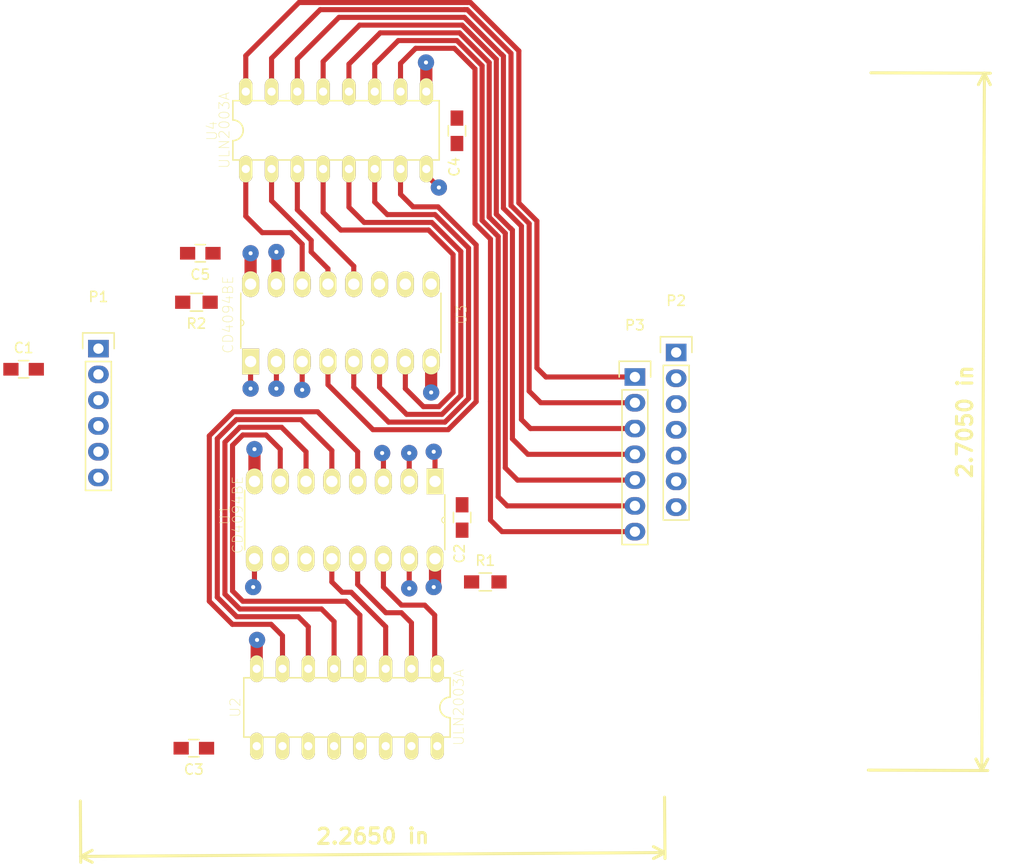
<source format=kicad_pcb>
(kicad_pcb (version 4) (host pcbnew 4.0.6-e0-6349~53~ubuntu14.04.1)

  (general
    (links 59)
    (no_connects 38)
    (area 0 0 0 0)
    (thickness 1.6)
    (drawings 2)
    (tracks 220)
    (zones 0)
    (modules 14)
    (nets 40)
  )

  (page A4)
  (layers
    (0 F.Cu signal)
    (31 B.Cu signal)
    (32 B.Adhes user)
    (33 F.Adhes user)
    (34 B.Paste user)
    (35 F.Paste user)
    (36 B.SilkS user)
    (37 F.SilkS user)
    (38 B.Mask user)
    (39 F.Mask user)
    (40 Dwgs.User user)
    (41 Cmts.User user)
    (42 Eco1.User user)
    (43 Eco2.User user)
    (44 Edge.Cuts user)
    (45 Margin user)
    (46 B.CrtYd user)
    (47 F.CrtYd user)
    (48 B.Fab user)
    (49 F.Fab user)
  )

  (setup
    (last_trace_width 0.5)
    (user_trace_width 0.3)
    (user_trace_width 0.5)
    (trace_clearance 0.2)
    (zone_clearance 0.508)
    (zone_45_only no)
    (trace_min 0.2)
    (segment_width 0.2)
    (edge_width 0.15)
    (via_size 0.6)
    (via_drill 0.4)
    (via_min_size 0.4)
    (via_min_drill 0.3)
    (uvia_size 0.3)
    (uvia_drill 0.1)
    (uvias_allowed no)
    (uvia_min_size 0.2)
    (uvia_min_drill 0.1)
    (pcb_text_width 0.3)
    (pcb_text_size 1.5 1.5)
    (mod_edge_width 0.15)
    (mod_text_size 1 1)
    (mod_text_width 0.15)
    (pad_size 1.524 1.524)
    (pad_drill 0.762)
    (pad_to_mask_clearance 0.2)
    (aux_axis_origin 0 0)
    (visible_elements 7FFFFFFF)
    (pcbplotparams
      (layerselection 0x00030_80000001)
      (usegerberextensions false)
      (excludeedgelayer true)
      (linewidth 0.100000)
      (plotframeref false)
      (viasonmask false)
      (mode 1)
      (useauxorigin false)
      (hpglpennumber 1)
      (hpglpenspeed 20)
      (hpglpendiameter 15)
      (hpglpenoverlay 2)
      (psnegative false)
      (psa4output false)
      (plotreference true)
      (plotvalue true)
      (plotinvisibletext false)
      (padsonsilk false)
      (subtractmaskfromsilk false)
      (outputformat 1)
      (mirror false)
      (drillshape 1)
      (scaleselection 1)
      (outputdirectory ""))
  )

  (net 0 "")
  (net 1 VDD)
  (net 2 GNDPWR)
  (net 3 /P0)
  (net 4 /P1)
  (net 5 /P2)
  (net 6 /P3)
  (net 7 /P4)
  (net 8 /P7)
  (net 9 /P8)
  (net 10 /P9)
  (net 11 /P10)
  (net 12 /P11)
  (net 13 /P13)
  (net 14 /OE)
  (net 15 /STRB)
  (net 16 /CLK)
  (net 17 /P6)
  (net 18 /P5)
  (net 19 /P12)
  (net 20 "Net-(U1-Pad10)")
  (net 21 "Net-(U1-Pad11)")
  (net 22 "Net-(U3-Pad9)")
  (net 23 "Net-(U3-Pad10)")
  (net 24 "Net-(U3-Pad11)")
  (net 25 /Q12)
  (net 26 /Q11)
  (net 27 /Q10)
  (net 28 /Q6)
  (net 29 /Q7)
  (net 30 /Q8)
  (net 31 /Q9)
  (net 32 /Q0)
  (net 33 /Q1)
  (net 34 /Q2)
  (net 35 /Q3)
  (net 36 /Q5)
  (net 37 /Q4)
  (net 38 /DATA_IN)
  (net 39 /CAS_HI)

  (net_class Default "Esta es la clase de red por defecto."
    (clearance 0.2)
    (trace_width 0.25)
    (via_dia 0.6)
    (via_drill 0.4)
    (uvia_dia 0.3)
    (uvia_drill 0.1)
    (add_net /P0)
    (add_net /P1)
    (add_net /P10)
    (add_net /P11)
    (add_net /P12)
    (add_net /P13)
    (add_net /P2)
    (add_net /P3)
    (add_net /P4)
    (add_net /P5)
    (add_net /P6)
    (add_net /P7)
    (add_net /P8)
    (add_net /P9)
    (add_net "Net-(U1-Pad10)")
    (add_net "Net-(U1-Pad11)")
    (add_net "Net-(U3-Pad10)")
    (add_net "Net-(U3-Pad11)")
    (add_net "Net-(U3-Pad9)")
  )

  (net_class DSIGNAL ""
    (clearance 0.25)
    (trace_width 0.5)
    (via_dia 1.6)
    (via_drill 0.4)
    (uvia_dia 0.3)
    (uvia_drill 0.1)
    (add_net /CAS_HI)
    (add_net /CLK)
    (add_net /DATA_IN)
    (add_net /OE)
    (add_net /Q0)
    (add_net /Q1)
    (add_net /Q10)
    (add_net /Q11)
    (add_net /Q12)
    (add_net /Q2)
    (add_net /Q3)
    (add_net /Q4)
    (add_net /Q5)
    (add_net /Q6)
    (add_net /Q7)
    (add_net /Q8)
    (add_net /Q9)
    (add_net /STRB)
  )

  (net_class POWER ""
    (clearance 0.3)
    (trace_width 1.2)
    (via_dia 1.6)
    (via_drill 0.4)
    (uvia_dia 0.3)
    (uvia_drill 0.1)
    (add_net GNDPWR)
    (add_net VDD)
  )

  (module Capacitors_SMD:C_0805_HandSoldering (layer F.Cu) (tedit 541A9B8D) (tstamp 5A3089B4)
    (at 74.676 110.109)
    (descr "Capacitor SMD 0805, hand soldering")
    (tags "capacitor 0805")
    (path /5A30557F)
    (attr smd)
    (fp_text reference C1 (at 0 -2.1) (layer F.SilkS)
      (effects (font (size 1 1) (thickness 0.15)))
    )
    (fp_text value CP (at 0 2.1) (layer F.Fab)
      (effects (font (size 1 1) (thickness 0.15)))
    )
    (fp_line (start -1 0.625) (end -1 -0.625) (layer F.Fab) (width 0.15))
    (fp_line (start 1 0.625) (end -1 0.625) (layer F.Fab) (width 0.15))
    (fp_line (start 1 -0.625) (end 1 0.625) (layer F.Fab) (width 0.15))
    (fp_line (start -1 -0.625) (end 1 -0.625) (layer F.Fab) (width 0.15))
    (fp_line (start -2.3 -1) (end 2.3 -1) (layer F.CrtYd) (width 0.05))
    (fp_line (start -2.3 1) (end 2.3 1) (layer F.CrtYd) (width 0.05))
    (fp_line (start -2.3 -1) (end -2.3 1) (layer F.CrtYd) (width 0.05))
    (fp_line (start 2.3 -1) (end 2.3 1) (layer F.CrtYd) (width 0.05))
    (fp_line (start 0.5 -0.85) (end -0.5 -0.85) (layer F.SilkS) (width 0.15))
    (fp_line (start -0.5 0.85) (end 0.5 0.85) (layer F.SilkS) (width 0.15))
    (pad 1 smd rect (at -1.25 0) (size 1.5 1.25) (layers F.Cu F.Paste F.Mask)
      (net 1 VDD))
    (pad 2 smd rect (at 1.25 0) (size 1.5 1.25) (layers F.Cu F.Paste F.Mask)
      (net 2 GNDPWR))
    (model Capacitors_SMD.3dshapes/C_0805_HandSoldering.wrl
      (at (xyz 0 0 0))
      (scale (xyz 1 1 1))
      (rotate (xyz 0 0 0))
    )
  )

  (module Capacitors_SMD:C_0805_HandSoldering (layer F.Cu) (tedit 5A314D85) (tstamp 5A3089BA)
    (at 117.856 124.714 90)
    (descr "Capacitor SMD 0805, hand soldering")
    (tags "capacitor 0805")
    (path /5A3054BF)
    (attr smd)
    (fp_text reference C2 (at -3.556 -0.254 90) (layer F.SilkS)
      (effects (font (size 1 1) (thickness 0.15)))
    )
    (fp_text value C (at -3.048 1.016 90) (layer F.Fab)
      (effects (font (size 1 1) (thickness 0.15)))
    )
    (fp_line (start -1 0.625) (end -1 -0.625) (layer F.Fab) (width 0.15))
    (fp_line (start 1 0.625) (end -1 0.625) (layer F.Fab) (width 0.15))
    (fp_line (start 1 -0.625) (end 1 0.625) (layer F.Fab) (width 0.15))
    (fp_line (start -1 -0.625) (end 1 -0.625) (layer F.Fab) (width 0.15))
    (fp_line (start -2.3 -1) (end 2.3 -1) (layer F.CrtYd) (width 0.05))
    (fp_line (start -2.3 1) (end 2.3 1) (layer F.CrtYd) (width 0.05))
    (fp_line (start -2.3 -1) (end -2.3 1) (layer F.CrtYd) (width 0.05))
    (fp_line (start 2.3 -1) (end 2.3 1) (layer F.CrtYd) (width 0.05))
    (fp_line (start 0.5 -0.85) (end -0.5 -0.85) (layer F.SilkS) (width 0.15))
    (fp_line (start -0.5 0.85) (end 0.5 0.85) (layer F.SilkS) (width 0.15))
    (pad 1 smd rect (at -1.25 0 90) (size 1.5 1.25) (layers F.Cu F.Paste F.Mask)
      (net 1 VDD))
    (pad 2 smd rect (at 1.25 0 90) (size 1.5 1.25) (layers F.Cu F.Paste F.Mask)
      (net 2 GNDPWR))
    (model Capacitors_SMD.3dshapes/C_0805_HandSoldering.wrl
      (at (xyz 0 0 0))
      (scale (xyz 1 1 1))
      (rotate (xyz 0 0 0))
    )
  )

  (module Capacitors_SMD:C_0805_HandSoldering (layer F.Cu) (tedit 541A9B8D) (tstamp 5A3089C0)
    (at 91.44 147.447 180)
    (descr "Capacitor SMD 0805, hand soldering")
    (tags "capacitor 0805")
    (path /5A309AAD)
    (attr smd)
    (fp_text reference C3 (at 0 -2.1 180) (layer F.SilkS)
      (effects (font (size 1 1) (thickness 0.15)))
    )
    (fp_text value C (at 0 2.1 180) (layer F.Fab)
      (effects (font (size 1 1) (thickness 0.15)))
    )
    (fp_line (start -1 0.625) (end -1 -0.625) (layer F.Fab) (width 0.15))
    (fp_line (start 1 0.625) (end -1 0.625) (layer F.Fab) (width 0.15))
    (fp_line (start 1 -0.625) (end 1 0.625) (layer F.Fab) (width 0.15))
    (fp_line (start -1 -0.625) (end 1 -0.625) (layer F.Fab) (width 0.15))
    (fp_line (start -2.3 -1) (end 2.3 -1) (layer F.CrtYd) (width 0.05))
    (fp_line (start -2.3 1) (end 2.3 1) (layer F.CrtYd) (width 0.05))
    (fp_line (start -2.3 -1) (end -2.3 1) (layer F.CrtYd) (width 0.05))
    (fp_line (start 2.3 -1) (end 2.3 1) (layer F.CrtYd) (width 0.05))
    (fp_line (start 0.5 -0.85) (end -0.5 -0.85) (layer F.SilkS) (width 0.15))
    (fp_line (start -0.5 0.85) (end 0.5 0.85) (layer F.SilkS) (width 0.15))
    (pad 1 smd rect (at -1.25 0 180) (size 1.5 1.25) (layers F.Cu F.Paste F.Mask)
      (net 1 VDD))
    (pad 2 smd rect (at 1.25 0 180) (size 1.5 1.25) (layers F.Cu F.Paste F.Mask)
      (net 2 GNDPWR))
    (model Capacitors_SMD.3dshapes/C_0805_HandSoldering.wrl
      (at (xyz 0 0 0))
      (scale (xyz 1 1 1))
      (rotate (xyz 0 0 0))
    )
  )

  (module Capacitors_SMD:C_0805_HandSoldering (layer F.Cu) (tedit 5A314B85) (tstamp 5A3089C6)
    (at 117.348 86.614 270)
    (descr "Capacitor SMD 0805, hand soldering")
    (tags "capacitor 0805")
    (path /5A309AF3)
    (attr smd)
    (fp_text reference C4 (at 3.556 0.254 270) (layer F.SilkS)
      (effects (font (size 1 1) (thickness 0.15)))
    )
    (fp_text value C (at 3.302 -1.016 270) (layer F.Fab)
      (effects (font (size 1 1) (thickness 0.15)))
    )
    (fp_line (start -1 0.625) (end -1 -0.625) (layer F.Fab) (width 0.15))
    (fp_line (start 1 0.625) (end -1 0.625) (layer F.Fab) (width 0.15))
    (fp_line (start 1 -0.625) (end 1 0.625) (layer F.Fab) (width 0.15))
    (fp_line (start -1 -0.625) (end 1 -0.625) (layer F.Fab) (width 0.15))
    (fp_line (start -2.3 -1) (end 2.3 -1) (layer F.CrtYd) (width 0.05))
    (fp_line (start -2.3 1) (end 2.3 1) (layer F.CrtYd) (width 0.05))
    (fp_line (start -2.3 -1) (end -2.3 1) (layer F.CrtYd) (width 0.05))
    (fp_line (start 2.3 -1) (end 2.3 1) (layer F.CrtYd) (width 0.05))
    (fp_line (start 0.5 -0.85) (end -0.5 -0.85) (layer F.SilkS) (width 0.15))
    (fp_line (start -0.5 0.85) (end 0.5 0.85) (layer F.SilkS) (width 0.15))
    (pad 1 smd rect (at -1.25 0 270) (size 1.5 1.25) (layers F.Cu F.Paste F.Mask)
      (net 1 VDD))
    (pad 2 smd rect (at 1.25 0 270) (size 1.5 1.25) (layers F.Cu F.Paste F.Mask)
      (net 2 GNDPWR))
    (model Capacitors_SMD.3dshapes/C_0805_HandSoldering.wrl
      (at (xyz 0 0 0))
      (scale (xyz 1 1 1))
      (rotate (xyz 0 0 0))
    )
  )

  (module Capacitors_SMD:C_0805_HandSoldering (layer F.Cu) (tedit 541A9B8D) (tstamp 5A3089CC)
    (at 92.075 98.679 180)
    (descr "Capacitor SMD 0805, hand soldering")
    (tags "capacitor 0805")
    (path /5A309B34)
    (attr smd)
    (fp_text reference C5 (at 0 -2.1 180) (layer F.SilkS)
      (effects (font (size 1 1) (thickness 0.15)))
    )
    (fp_text value C (at 0 2.1 180) (layer F.Fab)
      (effects (font (size 1 1) (thickness 0.15)))
    )
    (fp_line (start -1 0.625) (end -1 -0.625) (layer F.Fab) (width 0.15))
    (fp_line (start 1 0.625) (end -1 0.625) (layer F.Fab) (width 0.15))
    (fp_line (start 1 -0.625) (end 1 0.625) (layer F.Fab) (width 0.15))
    (fp_line (start -1 -0.625) (end 1 -0.625) (layer F.Fab) (width 0.15))
    (fp_line (start -2.3 -1) (end 2.3 -1) (layer F.CrtYd) (width 0.05))
    (fp_line (start -2.3 1) (end 2.3 1) (layer F.CrtYd) (width 0.05))
    (fp_line (start -2.3 -1) (end -2.3 1) (layer F.CrtYd) (width 0.05))
    (fp_line (start 2.3 -1) (end 2.3 1) (layer F.CrtYd) (width 0.05))
    (fp_line (start 0.5 -0.85) (end -0.5 -0.85) (layer F.SilkS) (width 0.15))
    (fp_line (start -0.5 0.85) (end 0.5 0.85) (layer F.SilkS) (width 0.15))
    (pad 1 smd rect (at -1.25 0 180) (size 1.5 1.25) (layers F.Cu F.Paste F.Mask)
      (net 1 VDD))
    (pad 2 smd rect (at 1.25 0 180) (size 1.5 1.25) (layers F.Cu F.Paste F.Mask)
      (net 2 GNDPWR))
    (model Capacitors_SMD.3dshapes/C_0805_HandSoldering.wrl
      (at (xyz 0 0 0))
      (scale (xyz 1 1 1))
      (rotate (xyz 0 0 0))
    )
  )

  (module Resistors_SMD:R_0805_HandSoldering (layer F.Cu) (tedit 58307B90) (tstamp 5A3089F2)
    (at 120.142 131.064)
    (descr "Resistor SMD 0805, hand soldering")
    (tags "resistor 0805")
    (path /5A307FE8)
    (attr smd)
    (fp_text reference R1 (at 0 -2.1) (layer F.SilkS)
      (effects (font (size 1 1) (thickness 0.15)))
    )
    (fp_text value 10k (at 0 2.1) (layer F.Fab)
      (effects (font (size 1 1) (thickness 0.15)))
    )
    (fp_line (start -1 0.625) (end -1 -0.625) (layer F.Fab) (width 0.1))
    (fp_line (start 1 0.625) (end -1 0.625) (layer F.Fab) (width 0.1))
    (fp_line (start 1 -0.625) (end 1 0.625) (layer F.Fab) (width 0.1))
    (fp_line (start -1 -0.625) (end 1 -0.625) (layer F.Fab) (width 0.1))
    (fp_line (start -2.4 -1) (end 2.4 -1) (layer F.CrtYd) (width 0.05))
    (fp_line (start -2.4 1) (end 2.4 1) (layer F.CrtYd) (width 0.05))
    (fp_line (start -2.4 -1) (end -2.4 1) (layer F.CrtYd) (width 0.05))
    (fp_line (start 2.4 -1) (end 2.4 1) (layer F.CrtYd) (width 0.05))
    (fp_line (start 0.6 0.875) (end -0.6 0.875) (layer F.SilkS) (width 0.15))
    (fp_line (start -0.6 -0.875) (end 0.6 -0.875) (layer F.SilkS) (width 0.15))
    (pad 1 smd rect (at -1.35 0) (size 1.5 1.3) (layers F.Cu F.Paste F.Mask)
      (net 14 /OE))
    (pad 2 smd rect (at 1.35 0) (size 1.5 1.3) (layers F.Cu F.Paste F.Mask)
      (net 1 VDD))
    (model Resistors_SMD.3dshapes/R_0805_HandSoldering.wrl
      (at (xyz 0 0 0))
      (scale (xyz 1 1 1))
      (rotate (xyz 0 0 0))
    )
  )

  (module Resistors_SMD:R_0805_HandSoldering (layer F.Cu) (tedit 58307B90) (tstamp 5A3089F8)
    (at 91.694 103.505 180)
    (descr "Resistor SMD 0805, hand soldering")
    (tags "resistor 0805")
    (path /5A308EFE)
    (attr smd)
    (fp_text reference R2 (at 0 -2.1 180) (layer F.SilkS)
      (effects (font (size 1 1) (thickness 0.15)))
    )
    (fp_text value 10k (at 0 2.1 180) (layer F.Fab)
      (effects (font (size 1 1) (thickness 0.15)))
    )
    (fp_line (start -1 0.625) (end -1 -0.625) (layer F.Fab) (width 0.1))
    (fp_line (start 1 0.625) (end -1 0.625) (layer F.Fab) (width 0.1))
    (fp_line (start 1 -0.625) (end 1 0.625) (layer F.Fab) (width 0.1))
    (fp_line (start -1 -0.625) (end 1 -0.625) (layer F.Fab) (width 0.1))
    (fp_line (start -2.4 -1) (end 2.4 -1) (layer F.CrtYd) (width 0.05))
    (fp_line (start -2.4 1) (end 2.4 1) (layer F.CrtYd) (width 0.05))
    (fp_line (start -2.4 -1) (end -2.4 1) (layer F.CrtYd) (width 0.05))
    (fp_line (start 2.4 -1) (end 2.4 1) (layer F.CrtYd) (width 0.05))
    (fp_line (start 0.6 0.875) (end -0.6 0.875) (layer F.SilkS) (width 0.15))
    (fp_line (start -0.6 -0.875) (end 0.6 -0.875) (layer F.SilkS) (width 0.15))
    (pad 1 smd rect (at -1.35 0 180) (size 1.5 1.3) (layers F.Cu F.Paste F.Mask)
      (net 14 /OE))
    (pad 2 smd rect (at 1.35 0 180) (size 1.5 1.3) (layers F.Cu F.Paste F.Mask)
      (net 1 VDD))
    (model Resistors_SMD.3dshapes/R_0805_HandSoldering.wrl
      (at (xyz 0 0 0))
      (scale (xyz 1 1 1))
      (rotate (xyz 0 0 0))
    )
  )

  (module CenditFootprints2:CD4094-DIP16 (layer F.Cu) (tedit 5A314D93) (tstamp 5A308A0C)
    (at 97.409 128.778 270)
    (path /5A305280)
    (fp_text reference U1 (at -4.318 2.921 270) (layer F.SilkS)
      (effects (font (size 1 1) (thickness 0.05)))
    )
    (fp_text value CD4094BE (at -4.318 1.651 270) (layer F.SilkS)
      (effects (font (size 1 1) (thickness 0.05)))
    )
    (fp_line (start -6.731 0.9652) (end -0.889 0.9652) (layer F.SilkS) (width 0.1524))
    (fp_line (start -0.889 -18.7452) (end -3.5052 -18.7452) (layer F.SilkS) (width 0.1524))
    (fp_line (start -3.5052 -18.7452) (end -4.1148 -18.7452) (layer F.SilkS) (width 0.1524))
    (fp_line (start -4.1148 -18.7452) (end -6.2992 -18.7452) (layer F.SilkS) (width 0.1524))
    (fp_arc (start -3.81 -18.7452) (end -4.1148 -18.7452) (angle -180) (layer F.SilkS) (width 0))
    (fp_line (start -7.112 -17.2212) (end -7.112 -18.3388) (layer Dwgs.User) (width 0.1524))
    (fp_line (start -7.112 -18.3388) (end -8.1788 -18.3388) (layer Dwgs.User) (width 0.1524))
    (fp_line (start -8.1788 -18.3388) (end -8.1788 -17.2212) (layer Dwgs.User) (width 0.1524))
    (fp_line (start -8.1788 -17.2212) (end -7.112 -17.2212) (layer Dwgs.User) (width 0.1524))
    (fp_line (start -7.112 -14.6812) (end -7.112 -15.7988) (layer Dwgs.User) (width 0.1524))
    (fp_line (start -7.112 -15.7988) (end -8.1788 -15.7988) (layer Dwgs.User) (width 0.1524))
    (fp_line (start -8.1788 -15.7988) (end -8.1788 -14.6812) (layer Dwgs.User) (width 0.1524))
    (fp_line (start -8.1788 -14.6812) (end -7.112 -14.6812) (layer Dwgs.User) (width 0.1524))
    (fp_line (start -7.112 -12.1412) (end -7.112 -13.2588) (layer Dwgs.User) (width 0.1524))
    (fp_line (start -7.112 -13.2588) (end -8.1788 -13.2588) (layer Dwgs.User) (width 0.1524))
    (fp_line (start -8.1788 -13.2588) (end -8.1788 -12.1412) (layer Dwgs.User) (width 0.1524))
    (fp_line (start -8.1788 -12.1412) (end -7.112 -12.1412) (layer Dwgs.User) (width 0.1524))
    (fp_line (start -7.112 -9.6012) (end -7.112 -10.7188) (layer Dwgs.User) (width 0.1524))
    (fp_line (start -7.112 -10.7188) (end -8.1788 -10.7188) (layer Dwgs.User) (width 0.1524))
    (fp_line (start -8.1788 -10.7188) (end -8.1788 -9.6012) (layer Dwgs.User) (width 0.1524))
    (fp_line (start -8.1788 -9.6012) (end -7.112 -9.6012) (layer Dwgs.User) (width 0.1524))
    (fp_line (start -7.112 -7.0612) (end -7.112 -8.1788) (layer Dwgs.User) (width 0.1524))
    (fp_line (start -7.112 -8.1788) (end -8.1788 -8.1788) (layer Dwgs.User) (width 0.1524))
    (fp_line (start -8.1788 -8.1788) (end -8.1788 -7.0612) (layer Dwgs.User) (width 0.1524))
    (fp_line (start -8.1788 -7.0612) (end -7.112 -7.0612) (layer Dwgs.User) (width 0.1524))
    (fp_line (start -7.112 -4.5212) (end -7.112 -5.6388) (layer Dwgs.User) (width 0.1524))
    (fp_line (start -7.112 -5.6388) (end -8.1788 -5.6388) (layer Dwgs.User) (width 0.1524))
    (fp_line (start -8.1788 -5.6388) (end -8.1788 -4.5212) (layer Dwgs.User) (width 0.1524))
    (fp_line (start -8.1788 -4.5212) (end -7.112 -4.5212) (layer Dwgs.User) (width 0.1524))
    (fp_line (start -7.112 -1.9812) (end -7.112 -3.0988) (layer Dwgs.User) (width 0.1524))
    (fp_line (start -7.112 -3.0988) (end -8.1788 -3.0988) (layer Dwgs.User) (width 0.1524))
    (fp_line (start -8.1788 -3.0988) (end -8.1788 -1.9812) (layer Dwgs.User) (width 0.1524))
    (fp_line (start -8.1788 -1.9812) (end -7.112 -1.9812) (layer Dwgs.User) (width 0.1524))
    (fp_line (start -7.112 0.5588) (end -7.112 -0.5588) (layer Dwgs.User) (width 0.1524))
    (fp_line (start -7.112 -0.5588) (end -8.1788 -0.5588) (layer Dwgs.User) (width 0.1524))
    (fp_line (start -8.1788 -0.5588) (end -8.1788 0.5588) (layer Dwgs.User) (width 0.1524))
    (fp_line (start -8.1788 0.5588) (end -7.112 0.5588) (layer Dwgs.User) (width 0.1524))
    (fp_line (start -0.508 -0.5588) (end -0.508 0.5588) (layer Dwgs.User) (width 0.1524))
    (fp_line (start -0.508 0.5588) (end 0.5588 0.5588) (layer Dwgs.User) (width 0.1524))
    (fp_line (start 0.5588 0.5588) (end 0.5588 -0.5588) (layer Dwgs.User) (width 0.1524))
    (fp_line (start 0.5588 -0.5588) (end -0.508 -0.5588) (layer Dwgs.User) (width 0.1524))
    (fp_line (start -0.508 -3.0988) (end -0.508 -1.9812) (layer Dwgs.User) (width 0.1524))
    (fp_line (start -0.508 -1.9812) (end 0.5588 -1.9812) (layer Dwgs.User) (width 0.1524))
    (fp_line (start 0.5588 -1.9812) (end 0.5588 -3.0988) (layer Dwgs.User) (width 0.1524))
    (fp_line (start 0.5588 -3.0988) (end -0.508 -3.0988) (layer Dwgs.User) (width 0.1524))
    (fp_line (start -0.508 -5.6388) (end -0.508 -4.5212) (layer Dwgs.User) (width 0.1524))
    (fp_line (start -0.508 -4.5212) (end 0.5588 -4.5212) (layer Dwgs.User) (width 0.1524))
    (fp_line (start 0.5588 -4.5212) (end 0.5588 -5.6388) (layer Dwgs.User) (width 0.1524))
    (fp_line (start 0.5588 -5.6388) (end -0.508 -5.6388) (layer Dwgs.User) (width 0.1524))
    (fp_line (start -0.508 -8.1788) (end -0.508 -7.0612) (layer Dwgs.User) (width 0.1524))
    (fp_line (start -0.508 -7.0612) (end 0.5588 -7.0612) (layer Dwgs.User) (width 0.1524))
    (fp_line (start 0.5588 -7.0612) (end 0.5588 -8.1788) (layer Dwgs.User) (width 0.1524))
    (fp_line (start 0.5588 -8.1788) (end -0.508 -8.1788) (layer Dwgs.User) (width 0.1524))
    (fp_line (start -0.508 -10.7188) (end -0.508 -9.6012) (layer Dwgs.User) (width 0.1524))
    (fp_line (start -0.508 -9.6012) (end 0.5588 -9.6012) (layer Dwgs.User) (width 0.1524))
    (fp_line (start 0.5588 -9.6012) (end 0.5588 -10.7188) (layer Dwgs.User) (width 0.1524))
    (fp_line (start 0.5588 -10.7188) (end -0.508 -10.7188) (layer Dwgs.User) (width 0.1524))
    (fp_line (start -0.508 -13.2588) (end -0.508 -12.1412) (layer Dwgs.User) (width 0.1524))
    (fp_line (start -0.508 -12.1412) (end 0.5588 -12.1412) (layer Dwgs.User) (width 0.1524))
    (fp_line (start 0.5588 -12.1412) (end 0.5588 -13.2588) (layer Dwgs.User) (width 0.1524))
    (fp_line (start 0.5588 -13.2588) (end -0.508 -13.2588) (layer Dwgs.User) (width 0.1524))
    (fp_line (start -0.508 -15.7988) (end -0.508 -14.6812) (layer Dwgs.User) (width 0.1524))
    (fp_line (start -0.508 -14.6812) (end 0.5588 -14.6812) (layer Dwgs.User) (width 0.1524))
    (fp_line (start 0.5588 -14.6812) (end 0.5588 -15.7988) (layer Dwgs.User) (width 0.1524))
    (fp_line (start 0.5588 -15.7988) (end -0.508 -15.7988) (layer Dwgs.User) (width 0.1524))
    (fp_line (start -0.508 -18.3388) (end -0.508 -17.2212) (layer Dwgs.User) (width 0.1524))
    (fp_line (start -0.508 -17.2212) (end 0.5588 -17.2212) (layer Dwgs.User) (width 0.1524))
    (fp_line (start 0.5588 -17.2212) (end 0.5588 -18.3388) (layer Dwgs.User) (width 0.1524))
    (fp_line (start 0.5588 -18.3388) (end -0.508 -18.3388) (layer Dwgs.User) (width 0.1524))
    (fp_line (start -7.112 0.9652) (end -0.508 0.9652) (layer Dwgs.User) (width 0.1524))
    (fp_line (start -0.508 0.9652) (end -0.508 -18.7452) (layer Dwgs.User) (width 0.1524))
    (fp_line (start -0.508 -18.7452) (end -3.5052 -18.7452) (layer Dwgs.User) (width 0.1524))
    (fp_line (start -3.5052 -18.7452) (end -4.1148 -18.7452) (layer Dwgs.User) (width 0.1524))
    (fp_line (start -4.1148 -18.7452) (end -7.112 -18.7452) (layer Dwgs.User) (width 0.1524))
    (fp_line (start -7.112 -18.7452) (end -7.112 0.9652) (layer Dwgs.User) (width 0.1524))
    (fp_arc (start -3.81 -18.7452) (end -4.1148 -18.7452) (angle -180) (layer Dwgs.User) (width 0))
    (pad 1 thru_hole rect (at -7.62 -17.78 270) (size 2.54 1.6764) (drill 1.1176) (layers *.Cu *.Mask F.SilkS)
      (net 15 /STRB))
    (pad 2 thru_hole oval (at -7.62 -15.24 270) (size 2.54 1.6764) (drill 1.1176) (layers *.Cu *.Mask F.SilkS)
      (net 38 /DATA_IN))
    (pad 3 thru_hole oval (at -7.62 -12.7 270) (size 2.54 1.6764) (drill 1.1176) (layers *.Cu *.Mask F.SilkS)
      (net 16 /CLK))
    (pad 4 thru_hole oval (at -7.62 -10.16 270) (size 2.54 1.6764) (drill 1.1176) (layers *.Cu *.Mask F.SilkS)
      (net 32 /Q0))
    (pad 5 thru_hole oval (at -7.62 -7.62 270) (size 2.54 1.6764) (drill 1.1176) (layers *.Cu *.Mask F.SilkS)
      (net 33 /Q1))
    (pad 6 thru_hole oval (at -7.62 -5.08 270) (size 2.54 1.6764) (drill 1.1176) (layers *.Cu *.Mask F.SilkS)
      (net 34 /Q2))
    (pad 7 thru_hole oval (at -7.62 -2.54 270) (size 2.54 1.6764) (drill 1.1176) (layers *.Cu *.Mask F.SilkS)
      (net 35 /Q3))
    (pad 8 thru_hole oval (at -7.62 0 270) (size 2.54 1.6764) (drill 1.1176) (layers *.Cu *.Mask F.SilkS)
      (net 2 GNDPWR))
    (pad 9 thru_hole oval (at 0 0 270) (size 2.54 1.6764) (drill 1.1176) (layers *.Cu *.Mask F.SilkS)
      (net 39 /CAS_HI))
    (pad 10 thru_hole oval (at 0 -2.54 270) (size 2.54 1.6764) (drill 1.1176) (layers *.Cu *.Mask F.SilkS)
      (net 20 "Net-(U1-Pad10)"))
    (pad 11 thru_hole oval (at 0 -5.08 270) (size 2.54 1.6764) (drill 1.1176) (layers *.Cu *.Mask F.SilkS)
      (net 21 "Net-(U1-Pad11)"))
    (pad 12 thru_hole oval (at 0 -7.62 270) (size 2.54 1.6764) (drill 1.1176) (layers *.Cu *.Mask F.SilkS)
      (net 28 /Q6))
    (pad 13 thru_hole oval (at 0 -10.16 270) (size 2.54 1.6764) (drill 1.1176) (layers *.Cu *.Mask F.SilkS)
      (net 36 /Q5))
    (pad 14 thru_hole oval (at 0 -12.7 270) (size 2.54 1.6764) (drill 1.1176) (layers *.Cu *.Mask F.SilkS)
      (net 37 /Q4))
    (pad 15 thru_hole oval (at 0 -15.24 270) (size 2.54 1.6764) (drill 1.1176) (layers *.Cu *.Mask F.SilkS)
      (net 14 /OE))
    (pad 16 thru_hole oval (at 0 -17.78 270) (size 2.54 1.6764) (drill 1.1176) (layers *.Cu *.Mask F.SilkS)
      (net 1 VDD))
  )

  (module CenditFootprints2:ULN2003-DIP16 (layer F.Cu) (tedit 5A30343E) (tstamp 5A308A20)
    (at 96.52 146.431 270)
    (descr "<b>Dual In Line Package</b>")
    (path /5A3052DF)
    (fp_text reference U2 (at -3 1 270) (layer F.SilkS)
      (effects (font (size 1.00021 1.00021) (thickness 0.05)))
    )
    (fp_text value ULN2003A (at -3 -21 270) (layer F.SilkS)
      (effects (font (size 1.00113 1.00113) (thickness 0.05)))
    )
    (fp_line (start -0.079 0.16) (end -0.079 -20.16) (layer F.SilkS) (width 0.1524))
    (fp_line (start -5.921 -20.16) (end -5.921 0.16) (layer F.SilkS) (width 0.1524))
    (fp_line (start -0.079 0.16) (end -5.921 0.16) (layer F.SilkS) (width 0.1524))
    (fp_line (start -0.079 -20.16) (end -1.984 -20.16) (layer F.SilkS) (width 0.1524))
    (fp_line (start -5.921 -20.16) (end -4.016 -20.16) (layer F.SilkS) (width 0.1524))
    (fp_arc (start -3 -20.16) (end -4.016 -20.16) (angle -180) (layer F.SilkS) (width 0.1524))
    (pad 1 thru_hole oval (at -6.81 -18.89 270) (size 2.6416 1.3208) (drill 0.8128) (layers *.Cu *.Mask F.SilkS)
      (net 37 /Q4))
    (pad 2 thru_hole oval (at -6.81 -16.35 270) (size 2.6416 1.3208) (drill 0.8128) (layers *.Cu *.Mask F.SilkS)
      (net 36 /Q5))
    (pad 7 thru_hole oval (at -6.81 -3.65 270) (size 2.6416 1.3208) (drill 0.8128) (layers *.Cu *.Mask F.SilkS)
      (net 32 /Q0))
    (pad 8 thru_hole oval (at -6.81 -1.11 270) (size 2.6416 1.3208) (drill 0.8128) (layers *.Cu *.Mask F.SilkS)
      (net 2 GNDPWR))
    (pad 3 thru_hole oval (at -6.81 -13.81 270) (size 2.6416 1.3208) (drill 0.8128) (layers *.Cu *.Mask F.SilkS)
      (net 28 /Q6))
    (pad 4 thru_hole oval (at -6.81 -11.27 270) (size 2.6416 1.3208) (drill 0.8128) (layers *.Cu *.Mask F.SilkS)
      (net 35 /Q3))
    (pad 6 thru_hole oval (at -6.81 -6.19 270) (size 2.6416 1.3208) (drill 0.8128) (layers *.Cu *.Mask F.SilkS)
      (net 33 /Q1))
    (pad 5 thru_hole oval (at -6.81 -8.73 270) (size 2.6416 1.3208) (drill 0.8128) (layers *.Cu *.Mask F.SilkS)
      (net 34 /Q2))
    (pad 9 thru_hole oval (at 0.81 -1.11 270) (size 2.6416 1.3208) (drill 0.8128) (layers *.Cu *.Mask F.SilkS)
      (net 1 VDD))
    (pad 10 thru_hole oval (at 0.81 -3.65 270) (size 2.6416 1.3208) (drill 0.8128) (layers *.Cu *.Mask F.SilkS)
      (net 17 /P6))
    (pad 11 thru_hole oval (at 0.81 -6.19 270) (size 2.6416 1.3208) (drill 0.8128) (layers *.Cu *.Mask F.SilkS)
      (net 18 /P5))
    (pad 12 thru_hole oval (at 0.81 -8.73 270) (size 2.6416 1.3208) (drill 0.8128) (layers *.Cu *.Mask F.SilkS)
      (net 7 /P4))
    (pad 13 thru_hole oval (at 0.81 -11.27 270) (size 2.6416 1.3208) (drill 0.8128) (layers *.Cu *.Mask F.SilkS)
      (net 6 /P3))
    (pad 14 thru_hole oval (at 0.81 -13.81 270) (size 2.6416 1.3208) (drill 0.8128) (layers *.Cu *.Mask F.SilkS)
      (net 5 /P2))
    (pad 15 thru_hole oval (at 0.81 -16.35 270) (size 2.6416 1.3208) (drill 0.8128) (layers *.Cu *.Mask F.SilkS)
      (net 4 /P1))
    (pad 16 thru_hole oval (at 0.81 -18.89 270) (size 2.6416 1.3208) (drill 0.8128) (layers *.Cu *.Mask F.SilkS)
      (net 3 /P0))
  )

  (module CenditFootprints2:CD4094-DIP16 (layer F.Cu) (tedit 5A3083D2) (tstamp 5A308A34)
    (at 114.808 101.727 90)
    (path /5A308ECC)
    (fp_text reference U3 (at -3 3 90) (layer F.SilkS)
      (effects (font (size 1 1) (thickness 0.05)))
    )
    (fp_text value CD4094BE (at -3 -20 90) (layer F.SilkS)
      (effects (font (size 1 1) (thickness 0.05)))
    )
    (fp_line (start -6.731 0.9652) (end -0.889 0.9652) (layer F.SilkS) (width 0.1524))
    (fp_line (start -0.889 -18.7452) (end -3.5052 -18.7452) (layer F.SilkS) (width 0.1524))
    (fp_line (start -3.5052 -18.7452) (end -4.1148 -18.7452) (layer F.SilkS) (width 0.1524))
    (fp_line (start -4.1148 -18.7452) (end -6.2992 -18.7452) (layer F.SilkS) (width 0.1524))
    (fp_arc (start -3.81 -18.7452) (end -4.1148 -18.7452) (angle -180) (layer F.SilkS) (width 0))
    (fp_line (start -7.112 -17.2212) (end -7.112 -18.3388) (layer Dwgs.User) (width 0.1524))
    (fp_line (start -7.112 -18.3388) (end -8.1788 -18.3388) (layer Dwgs.User) (width 0.1524))
    (fp_line (start -8.1788 -18.3388) (end -8.1788 -17.2212) (layer Dwgs.User) (width 0.1524))
    (fp_line (start -8.1788 -17.2212) (end -7.112 -17.2212) (layer Dwgs.User) (width 0.1524))
    (fp_line (start -7.112 -14.6812) (end -7.112 -15.7988) (layer Dwgs.User) (width 0.1524))
    (fp_line (start -7.112 -15.7988) (end -8.1788 -15.7988) (layer Dwgs.User) (width 0.1524))
    (fp_line (start -8.1788 -15.7988) (end -8.1788 -14.6812) (layer Dwgs.User) (width 0.1524))
    (fp_line (start -8.1788 -14.6812) (end -7.112 -14.6812) (layer Dwgs.User) (width 0.1524))
    (fp_line (start -7.112 -12.1412) (end -7.112 -13.2588) (layer Dwgs.User) (width 0.1524))
    (fp_line (start -7.112 -13.2588) (end -8.1788 -13.2588) (layer Dwgs.User) (width 0.1524))
    (fp_line (start -8.1788 -13.2588) (end -8.1788 -12.1412) (layer Dwgs.User) (width 0.1524))
    (fp_line (start -8.1788 -12.1412) (end -7.112 -12.1412) (layer Dwgs.User) (width 0.1524))
    (fp_line (start -7.112 -9.6012) (end -7.112 -10.7188) (layer Dwgs.User) (width 0.1524))
    (fp_line (start -7.112 -10.7188) (end -8.1788 -10.7188) (layer Dwgs.User) (width 0.1524))
    (fp_line (start -8.1788 -10.7188) (end -8.1788 -9.6012) (layer Dwgs.User) (width 0.1524))
    (fp_line (start -8.1788 -9.6012) (end -7.112 -9.6012) (layer Dwgs.User) (width 0.1524))
    (fp_line (start -7.112 -7.0612) (end -7.112 -8.1788) (layer Dwgs.User) (width 0.1524))
    (fp_line (start -7.112 -8.1788) (end -8.1788 -8.1788) (layer Dwgs.User) (width 0.1524))
    (fp_line (start -8.1788 -8.1788) (end -8.1788 -7.0612) (layer Dwgs.User) (width 0.1524))
    (fp_line (start -8.1788 -7.0612) (end -7.112 -7.0612) (layer Dwgs.User) (width 0.1524))
    (fp_line (start -7.112 -4.5212) (end -7.112 -5.6388) (layer Dwgs.User) (width 0.1524))
    (fp_line (start -7.112 -5.6388) (end -8.1788 -5.6388) (layer Dwgs.User) (width 0.1524))
    (fp_line (start -8.1788 -5.6388) (end -8.1788 -4.5212) (layer Dwgs.User) (width 0.1524))
    (fp_line (start -8.1788 -4.5212) (end -7.112 -4.5212) (layer Dwgs.User) (width 0.1524))
    (fp_line (start -7.112 -1.9812) (end -7.112 -3.0988) (layer Dwgs.User) (width 0.1524))
    (fp_line (start -7.112 -3.0988) (end -8.1788 -3.0988) (layer Dwgs.User) (width 0.1524))
    (fp_line (start -8.1788 -3.0988) (end -8.1788 -1.9812) (layer Dwgs.User) (width 0.1524))
    (fp_line (start -8.1788 -1.9812) (end -7.112 -1.9812) (layer Dwgs.User) (width 0.1524))
    (fp_line (start -7.112 0.5588) (end -7.112 -0.5588) (layer Dwgs.User) (width 0.1524))
    (fp_line (start -7.112 -0.5588) (end -8.1788 -0.5588) (layer Dwgs.User) (width 0.1524))
    (fp_line (start -8.1788 -0.5588) (end -8.1788 0.5588) (layer Dwgs.User) (width 0.1524))
    (fp_line (start -8.1788 0.5588) (end -7.112 0.5588) (layer Dwgs.User) (width 0.1524))
    (fp_line (start -0.508 -0.5588) (end -0.508 0.5588) (layer Dwgs.User) (width 0.1524))
    (fp_line (start -0.508 0.5588) (end 0.5588 0.5588) (layer Dwgs.User) (width 0.1524))
    (fp_line (start 0.5588 0.5588) (end 0.5588 -0.5588) (layer Dwgs.User) (width 0.1524))
    (fp_line (start 0.5588 -0.5588) (end -0.508 -0.5588) (layer Dwgs.User) (width 0.1524))
    (fp_line (start -0.508 -3.0988) (end -0.508 -1.9812) (layer Dwgs.User) (width 0.1524))
    (fp_line (start -0.508 -1.9812) (end 0.5588 -1.9812) (layer Dwgs.User) (width 0.1524))
    (fp_line (start 0.5588 -1.9812) (end 0.5588 -3.0988) (layer Dwgs.User) (width 0.1524))
    (fp_line (start 0.5588 -3.0988) (end -0.508 -3.0988) (layer Dwgs.User) (width 0.1524))
    (fp_line (start -0.508 -5.6388) (end -0.508 -4.5212) (layer Dwgs.User) (width 0.1524))
    (fp_line (start -0.508 -4.5212) (end 0.5588 -4.5212) (layer Dwgs.User) (width 0.1524))
    (fp_line (start 0.5588 -4.5212) (end 0.5588 -5.6388) (layer Dwgs.User) (width 0.1524))
    (fp_line (start 0.5588 -5.6388) (end -0.508 -5.6388) (layer Dwgs.User) (width 0.1524))
    (fp_line (start -0.508 -8.1788) (end -0.508 -7.0612) (layer Dwgs.User) (width 0.1524))
    (fp_line (start -0.508 -7.0612) (end 0.5588 -7.0612) (layer Dwgs.User) (width 0.1524))
    (fp_line (start 0.5588 -7.0612) (end 0.5588 -8.1788) (layer Dwgs.User) (width 0.1524))
    (fp_line (start 0.5588 -8.1788) (end -0.508 -8.1788) (layer Dwgs.User) (width 0.1524))
    (fp_line (start -0.508 -10.7188) (end -0.508 -9.6012) (layer Dwgs.User) (width 0.1524))
    (fp_line (start -0.508 -9.6012) (end 0.5588 -9.6012) (layer Dwgs.User) (width 0.1524))
    (fp_line (start 0.5588 -9.6012) (end 0.5588 -10.7188) (layer Dwgs.User) (width 0.1524))
    (fp_line (start 0.5588 -10.7188) (end -0.508 -10.7188) (layer Dwgs.User) (width 0.1524))
    (fp_line (start -0.508 -13.2588) (end -0.508 -12.1412) (layer Dwgs.User) (width 0.1524))
    (fp_line (start -0.508 -12.1412) (end 0.5588 -12.1412) (layer Dwgs.User) (width 0.1524))
    (fp_line (start 0.5588 -12.1412) (end 0.5588 -13.2588) (layer Dwgs.User) (width 0.1524))
    (fp_line (start 0.5588 -13.2588) (end -0.508 -13.2588) (layer Dwgs.User) (width 0.1524))
    (fp_line (start -0.508 -15.7988) (end -0.508 -14.6812) (layer Dwgs.User) (width 0.1524))
    (fp_line (start -0.508 -14.6812) (end 0.5588 -14.6812) (layer Dwgs.User) (width 0.1524))
    (fp_line (start 0.5588 -14.6812) (end 0.5588 -15.7988) (layer Dwgs.User) (width 0.1524))
    (fp_line (start 0.5588 -15.7988) (end -0.508 -15.7988) (layer Dwgs.User) (width 0.1524))
    (fp_line (start -0.508 -18.3388) (end -0.508 -17.2212) (layer Dwgs.User) (width 0.1524))
    (fp_line (start -0.508 -17.2212) (end 0.5588 -17.2212) (layer Dwgs.User) (width 0.1524))
    (fp_line (start 0.5588 -17.2212) (end 0.5588 -18.3388) (layer Dwgs.User) (width 0.1524))
    (fp_line (start 0.5588 -18.3388) (end -0.508 -18.3388) (layer Dwgs.User) (width 0.1524))
    (fp_line (start -7.112 0.9652) (end -0.508 0.9652) (layer Dwgs.User) (width 0.1524))
    (fp_line (start -0.508 0.9652) (end -0.508 -18.7452) (layer Dwgs.User) (width 0.1524))
    (fp_line (start -0.508 -18.7452) (end -3.5052 -18.7452) (layer Dwgs.User) (width 0.1524))
    (fp_line (start -3.5052 -18.7452) (end -4.1148 -18.7452) (layer Dwgs.User) (width 0.1524))
    (fp_line (start -4.1148 -18.7452) (end -7.112 -18.7452) (layer Dwgs.User) (width 0.1524))
    (fp_line (start -7.112 -18.7452) (end -7.112 0.9652) (layer Dwgs.User) (width 0.1524))
    (fp_arc (start -3.81 -18.7452) (end -4.1148 -18.7452) (angle -180) (layer Dwgs.User) (width 0))
    (pad 1 thru_hole rect (at -7.62 -17.78 90) (size 2.54 1.6764) (drill 1.1176) (layers *.Cu *.Mask F.SilkS)
      (net 15 /STRB))
    (pad 2 thru_hole oval (at -7.62 -15.24 90) (size 2.54 1.6764) (drill 1.1176) (layers *.Cu *.Mask F.SilkS)
      (net 39 /CAS_HI))
    (pad 3 thru_hole oval (at -7.62 -12.7 90) (size 2.54 1.6764) (drill 1.1176) (layers *.Cu *.Mask F.SilkS)
      (net 16 /CLK))
    (pad 4 thru_hole oval (at -7.62 -10.16 90) (size 2.54 1.6764) (drill 1.1176) (layers *.Cu *.Mask F.SilkS)
      (net 28 /Q6))
    (pad 5 thru_hole oval (at -7.62 -7.62 90) (size 2.54 1.6764) (drill 1.1176) (layers *.Cu *.Mask F.SilkS)
      (net 29 /Q7))
    (pad 6 thru_hole oval (at -7.62 -5.08 90) (size 2.54 1.6764) (drill 1.1176) (layers *.Cu *.Mask F.SilkS)
      (net 30 /Q8))
    (pad 7 thru_hole oval (at -7.62 -2.54 90) (size 2.54 1.6764) (drill 1.1176) (layers *.Cu *.Mask F.SilkS)
      (net 31 /Q9))
    (pad 8 thru_hole oval (at -7.62 0 90) (size 2.54 1.6764) (drill 1.1176) (layers *.Cu *.Mask F.SilkS)
      (net 2 GNDPWR))
    (pad 9 thru_hole oval (at 0 0 90) (size 2.54 1.6764) (drill 1.1176) (layers *.Cu *.Mask F.SilkS)
      (net 22 "Net-(U3-Pad9)"))
    (pad 10 thru_hole oval (at 0 -2.54 90) (size 2.54 1.6764) (drill 1.1176) (layers *.Cu *.Mask F.SilkS)
      (net 23 "Net-(U3-Pad10)"))
    (pad 11 thru_hole oval (at 0 -5.08 90) (size 2.54 1.6764) (drill 1.1176) (layers *.Cu *.Mask F.SilkS)
      (net 24 "Net-(U3-Pad11)"))
    (pad 12 thru_hole oval (at 0 -7.62 90) (size 2.54 1.6764) (drill 1.1176) (layers *.Cu *.Mask F.SilkS)
      (net 25 /Q12))
    (pad 13 thru_hole oval (at 0 -10.16 90) (size 2.54 1.6764) (drill 1.1176) (layers *.Cu *.Mask F.SilkS)
      (net 26 /Q11))
    (pad 14 thru_hole oval (at 0 -12.7 90) (size 2.54 1.6764) (drill 1.1176) (layers *.Cu *.Mask F.SilkS)
      (net 27 /Q10))
    (pad 15 thru_hole oval (at 0 -15.24 90) (size 2.54 1.6764) (drill 1.1176) (layers *.Cu *.Mask F.SilkS)
      (net 14 /OE))
    (pad 16 thru_hole oval (at 0 -17.78 90) (size 2.54 1.6764) (drill 1.1176) (layers *.Cu *.Mask F.SilkS)
      (net 1 VDD))
  )

  (module CenditFootprints2:ULN2003-DIP16 (layer F.Cu) (tedit 5A314B7D) (tstamp 5A308A48)
    (at 115.443 83.566 90)
    (descr "<b>Dual In Line Package</b>")
    (path /5A308ED2)
    (fp_text reference U4 (at -3.048 -22.225 90) (layer F.SilkS)
      (effects (font (size 1.00021 1.00021) (thickness 0.05)))
    )
    (fp_text value ULN2003A (at -3 -21 90) (layer F.SilkS)
      (effects (font (size 1.00113 1.00113) (thickness 0.05)))
    )
    (fp_line (start -0.079 0.16) (end -0.079 -20.16) (layer F.SilkS) (width 0.1524))
    (fp_line (start -5.921 -20.16) (end -5.921 0.16) (layer F.SilkS) (width 0.1524))
    (fp_line (start -0.079 0.16) (end -5.921 0.16) (layer F.SilkS) (width 0.1524))
    (fp_line (start -0.079 -20.16) (end -1.984 -20.16) (layer F.SilkS) (width 0.1524))
    (fp_line (start -5.921 -20.16) (end -4.016 -20.16) (layer F.SilkS) (width 0.1524))
    (fp_arc (start -3 -20.16) (end -4.016 -20.16) (angle -180) (layer F.SilkS) (width 0.1524))
    (pad 1 thru_hole oval (at -6.81 -18.89 90) (size 2.6416 1.3208) (drill 0.8128) (layers *.Cu *.Mask F.SilkS)
      (net 27 /Q10))
    (pad 2 thru_hole oval (at -6.81 -16.35 90) (size 2.6416 1.3208) (drill 0.8128) (layers *.Cu *.Mask F.SilkS)
      (net 26 /Q11))
    (pad 7 thru_hole oval (at -6.81 -3.65 90) (size 2.6416 1.3208) (drill 0.8128) (layers *.Cu *.Mask F.SilkS)
      (net 28 /Q6))
    (pad 8 thru_hole oval (at -6.81 -1.11 90) (size 2.6416 1.3208) (drill 0.8128) (layers *.Cu *.Mask F.SilkS)
      (net 2 GNDPWR))
    (pad 3 thru_hole oval (at -6.81 -13.81 90) (size 2.6416 1.3208) (drill 0.8128) (layers *.Cu *.Mask F.SilkS)
      (net 25 /Q12))
    (pad 4 thru_hole oval (at -6.81 -11.27 90) (size 2.6416 1.3208) (drill 0.8128) (layers *.Cu *.Mask F.SilkS)
      (net 31 /Q9))
    (pad 6 thru_hole oval (at -6.81 -6.19 90) (size 2.6416 1.3208) (drill 0.8128) (layers *.Cu *.Mask F.SilkS)
      (net 29 /Q7))
    (pad 5 thru_hole oval (at -6.81 -8.73 90) (size 2.6416 1.3208) (drill 0.8128) (layers *.Cu *.Mask F.SilkS)
      (net 30 /Q8))
    (pad 9 thru_hole oval (at 0.81 -1.11 90) (size 2.6416 1.3208) (drill 0.8128) (layers *.Cu *.Mask F.SilkS)
      (net 1 VDD))
    (pad 10 thru_hole oval (at 0.81 -3.65 90) (size 2.6416 1.3208) (drill 0.8128) (layers *.Cu *.Mask F.SilkS)
      (net 13 /P13))
    (pad 11 thru_hole oval (at 0.81 -6.19 90) (size 2.6416 1.3208) (drill 0.8128) (layers *.Cu *.Mask F.SilkS)
      (net 19 /P12))
    (pad 12 thru_hole oval (at 0.81 -8.73 90) (size 2.6416 1.3208) (drill 0.8128) (layers *.Cu *.Mask F.SilkS)
      (net 12 /P11))
    (pad 13 thru_hole oval (at 0.81 -11.27 90) (size 2.6416 1.3208) (drill 0.8128) (layers *.Cu *.Mask F.SilkS)
      (net 11 /P10))
    (pad 14 thru_hole oval (at 0.81 -13.81 90) (size 2.6416 1.3208) (drill 0.8128) (layers *.Cu *.Mask F.SilkS)
      (net 10 /P9))
    (pad 15 thru_hole oval (at 0.81 -16.35 90) (size 2.6416 1.3208) (drill 0.8128) (layers *.Cu *.Mask F.SilkS)
      (net 9 /P8))
    (pad 16 thru_hole oval (at 0.81 -18.89 90) (size 2.6416 1.3208) (drill 0.8128) (layers *.Cu *.Mask F.SilkS)
      (net 8 /P7))
  )

  (module Pin_Headers:Pin_Header_Straight_1x06 (layer F.Cu) (tedit 0) (tstamp 5A308F99)
    (at 82.042 108.077)
    (descr "Through hole pin header")
    (tags "pin header")
    (path /5A307D4B)
    (fp_text reference P1 (at 0 -5.1) (layer F.SilkS)
      (effects (font (size 1 1) (thickness 0.15)))
    )
    (fp_text value CONN_01X06 (at 0 -3.1) (layer F.Fab)
      (effects (font (size 1 1) (thickness 0.15)))
    )
    (fp_line (start -1.75 -1.75) (end -1.75 14.45) (layer F.CrtYd) (width 0.05))
    (fp_line (start 1.75 -1.75) (end 1.75 14.45) (layer F.CrtYd) (width 0.05))
    (fp_line (start -1.75 -1.75) (end 1.75 -1.75) (layer F.CrtYd) (width 0.05))
    (fp_line (start -1.75 14.45) (end 1.75 14.45) (layer F.CrtYd) (width 0.05))
    (fp_line (start 1.27 1.27) (end 1.27 13.97) (layer F.SilkS) (width 0.15))
    (fp_line (start 1.27 13.97) (end -1.27 13.97) (layer F.SilkS) (width 0.15))
    (fp_line (start -1.27 13.97) (end -1.27 1.27) (layer F.SilkS) (width 0.15))
    (fp_line (start 1.55 -1.55) (end 1.55 0) (layer F.SilkS) (width 0.15))
    (fp_line (start 1.27 1.27) (end -1.27 1.27) (layer F.SilkS) (width 0.15))
    (fp_line (start -1.55 0) (end -1.55 -1.55) (layer F.SilkS) (width 0.15))
    (fp_line (start -1.55 -1.55) (end 1.55 -1.55) (layer F.SilkS) (width 0.15))
    (pad 1 thru_hole rect (at 0 0) (size 2.032 1.7272) (drill 1.016) (layers *.Cu *.Mask)
      (net 1 VDD))
    (pad 2 thru_hole oval (at 0 2.54) (size 2.032 1.7272) (drill 1.016) (layers *.Cu *.Mask)
      (net 2 GNDPWR))
    (pad 3 thru_hole oval (at 0 5.08) (size 2.032 1.7272) (drill 1.016) (layers *.Cu *.Mask)
      (net 38 /DATA_IN))
    (pad 4 thru_hole oval (at 0 7.62) (size 2.032 1.7272) (drill 1.016) (layers *.Cu *.Mask)
      (net 16 /CLK))
    (pad 5 thru_hole oval (at 0 10.16) (size 2.032 1.7272) (drill 1.016) (layers *.Cu *.Mask)
      (net 15 /STRB))
    (pad 6 thru_hole oval (at 0 12.7) (size 2.032 1.7272) (drill 1.016) (layers *.Cu *.Mask)
      (net 14 /OE))
    (model Pin_Headers.3dshapes/Pin_Header_Straight_1x06.wrl
      (at (xyz 0 -0.25 0))
      (scale (xyz 1 1 1))
      (rotate (xyz 0 0 90))
    )
  )

  (module Pin_Headers:Pin_Header_Straight_1x07 (layer F.Cu) (tedit 5A308490) (tstamp 5A308FA2)
    (at 138.938 108.458)
    (descr "Through hole pin header")
    (tags "pin header")
    (path /5A30A6C8)
    (fp_text reference P2 (at 0 -5.1) (layer F.SilkS)
      (effects (font (size 1 1) (thickness 0.15)))
    )
    (fp_text value CONN_01X07 (at 5.715 -3.175) (layer F.Fab)
      (effects (font (size 1 1) (thickness 0.15)))
    )
    (fp_line (start -1.75 -1.75) (end -1.75 17) (layer F.CrtYd) (width 0.05))
    (fp_line (start 1.75 -1.75) (end 1.75 17) (layer F.CrtYd) (width 0.05))
    (fp_line (start -1.75 -1.75) (end 1.75 -1.75) (layer F.CrtYd) (width 0.05))
    (fp_line (start -1.75 17) (end 1.75 17) (layer F.CrtYd) (width 0.05))
    (fp_line (start 1.27 1.27) (end 1.27 16.51) (layer F.SilkS) (width 0.15))
    (fp_line (start 1.27 16.51) (end -1.27 16.51) (layer F.SilkS) (width 0.15))
    (fp_line (start -1.27 16.51) (end -1.27 1.27) (layer F.SilkS) (width 0.15))
    (fp_line (start 1.55 -1.55) (end 1.55 0) (layer F.SilkS) (width 0.15))
    (fp_line (start 1.27 1.27) (end -1.27 1.27) (layer F.SilkS) (width 0.15))
    (fp_line (start -1.55 0) (end -1.55 -1.55) (layer F.SilkS) (width 0.15))
    (fp_line (start -1.55 -1.55) (end 1.55 -1.55) (layer F.SilkS) (width 0.15))
    (pad 1 thru_hole rect (at 0 0) (size 2.032 1.7272) (drill 1.016) (layers *.Cu *.Mask)
      (net 17 /P6))
    (pad 2 thru_hole oval (at 0 2.54) (size 2.032 1.7272) (drill 1.016) (layers *.Cu *.Mask)
      (net 18 /P5))
    (pad 3 thru_hole oval (at 0 5.08) (size 2.032 1.7272) (drill 1.016) (layers *.Cu *.Mask)
      (net 7 /P4))
    (pad 4 thru_hole oval (at 0 7.62) (size 2.032 1.7272) (drill 1.016) (layers *.Cu *.Mask)
      (net 6 /P3))
    (pad 5 thru_hole oval (at 0 10.16) (size 2.032 1.7272) (drill 1.016) (layers *.Cu *.Mask)
      (net 5 /P2))
    (pad 6 thru_hole oval (at 0 12.7) (size 2.032 1.7272) (drill 1.016) (layers *.Cu *.Mask)
      (net 4 /P1))
    (pad 7 thru_hole oval (at 0 15.24) (size 2.032 1.7272) (drill 1.016) (layers *.Cu *.Mask)
      (net 3 /P0))
    (model Pin_Headers.3dshapes/Pin_Header_Straight_1x07.wrl
      (at (xyz 0 -0.3 0))
      (scale (xyz 1 1 1))
      (rotate (xyz 0 0 90))
    )
  )

  (module Pin_Headers:Pin_Header_Straight_1x07 (layer F.Cu) (tedit 5A308492) (tstamp 5A308FAC)
    (at 134.874 110.871)
    (descr "Through hole pin header")
    (tags "pin header")
    (path /5A30A858)
    (fp_text reference P3 (at 0 -5.1) (layer F.SilkS)
      (effects (font (size 1 1) (thickness 0.15)))
    )
    (fp_text value CONN_01X07 (at -2.54 -3.175) (layer F.Fab)
      (effects (font (size 1 1) (thickness 0.15)))
    )
    (fp_line (start -1.75 -1.75) (end -1.75 17) (layer F.CrtYd) (width 0.05))
    (fp_line (start 1.75 -1.75) (end 1.75 17) (layer F.CrtYd) (width 0.05))
    (fp_line (start -1.75 -1.75) (end 1.75 -1.75) (layer F.CrtYd) (width 0.05))
    (fp_line (start -1.75 17) (end 1.75 17) (layer F.CrtYd) (width 0.05))
    (fp_line (start 1.27 1.27) (end 1.27 16.51) (layer F.SilkS) (width 0.15))
    (fp_line (start 1.27 16.51) (end -1.27 16.51) (layer F.SilkS) (width 0.15))
    (fp_line (start -1.27 16.51) (end -1.27 1.27) (layer F.SilkS) (width 0.15))
    (fp_line (start 1.55 -1.55) (end 1.55 0) (layer F.SilkS) (width 0.15))
    (fp_line (start 1.27 1.27) (end -1.27 1.27) (layer F.SilkS) (width 0.15))
    (fp_line (start -1.55 0) (end -1.55 -1.55) (layer F.SilkS) (width 0.15))
    (fp_line (start -1.55 -1.55) (end 1.55 -1.55) (layer F.SilkS) (width 0.15))
    (pad 1 thru_hole rect (at 0 0) (size 2.032 1.7272) (drill 1.016) (layers *.Cu *.Mask)
      (net 8 /P7))
    (pad 2 thru_hole oval (at 0 2.54) (size 2.032 1.7272) (drill 1.016) (layers *.Cu *.Mask)
      (net 9 /P8))
    (pad 3 thru_hole oval (at 0 5.08) (size 2.032 1.7272) (drill 1.016) (layers *.Cu *.Mask)
      (net 10 /P9))
    (pad 4 thru_hole oval (at 0 7.62) (size 2.032 1.7272) (drill 1.016) (layers *.Cu *.Mask)
      (net 11 /P10))
    (pad 5 thru_hole oval (at 0 10.16) (size 2.032 1.7272) (drill 1.016) (layers *.Cu *.Mask)
      (net 12 /P11))
    (pad 6 thru_hole oval (at 0 12.7) (size 2.032 1.7272) (drill 1.016) (layers *.Cu *.Mask)
      (net 19 /P12))
    (pad 7 thru_hole oval (at 0 15.24) (size 2.032 1.7272) (drill 1.016) (layers *.Cu *.Mask)
      (net 13 /P13))
    (model Pin_Headers.3dshapes/Pin_Header_Straight_1x07.wrl
      (at (xyz 0 -0.3 0))
      (scale (xyz 1 1 1))
      (rotate (xyz 0 0 90))
    )
  )

  (dimension 57.532262 (width 0.3) (layer F.SilkS)
    (gr_text "57,532 mm" (at 109.074565 159.268342 0.3794367014) (layer F.SilkS)
      (effects (font (size 1.5 1.5) (thickness 0.3)))
    )
    (feature1 (pts (xy 137.795 152.273) (xy 137.849005 160.427813)))
    (feature2 (pts (xy 80.264 152.654) (xy 80.318005 160.808813)))
    (crossbar (pts (xy 80.300125 158.108872) (xy 137.831125 157.727872)))
    (arrow1a (pts (xy 137.831125 157.727872) (xy 136.708529 158.32174)))
    (arrow1b (pts (xy 137.831125 157.727872) (xy 136.700762 157.148924)))
    (arrow2a (pts (xy 80.300125 158.108872) (xy 81.430488 158.68782)))
    (arrow2b (pts (xy 80.300125 158.108872) (xy 81.422721 157.515004)))
  )
  (dimension 68.707469 (width 0.3) (layer F.SilkS)
    (gr_text "68,707 mm" (at 170.51196 115.298799 89.78818662) (layer F.SilkS)
      (effects (font (size 1.5 1.5) (thickness 0.3)))
    )
    (feature1 (pts (xy 157.861 149.606) (xy 171.734951 149.65729)))
    (feature2 (pts (xy 158.115 80.899) (xy 171.988951 80.95029)))
    (crossbar (pts (xy 169.288969 80.940309) (xy 169.034969 149.647309)))
    (arrow1a (pts (xy 169.034969 149.647309) (xy 168.452717 148.518645)))
    (arrow1b (pts (xy 169.034969 149.647309) (xy 169.62555 148.522981)))
    (arrow2a (pts (xy 169.288969 80.940309) (xy 168.698388 82.064637)))
    (arrow2b (pts (xy 169.288969 80.940309) (xy 169.871221 82.068973)))
  )

  (via (at 114.3 79.883) (size 1.6) (drill 0.4) (layers F.Cu B.Cu) (net 1))
  (segment (start 114.333 79.916) (end 114.3 79.883) (width 1.2) (layer F.Cu) (net 1) (tstamp 5A314AB8))
  (segment (start 114.333 82.756) (end 114.333 79.916) (width 1.2) (layer F.Cu) (net 1))
  (segment (start 115.189 128.778) (end 115.189 131.445) (width 1.2) (layer F.Cu) (net 1))
  (via (at 115.062 131.572) (size 1.6) (drill 0.4) (layers F.Cu B.Cu) (net 1))
  (segment (start 115.189 131.445) (end 115.062 131.572) (width 1.2) (layer F.Cu) (net 1) (tstamp 5A3145BE))
  (segment (start 97.028 101.727) (end 97.028 98.679) (width 1.2) (layer F.Cu) (net 1))
  (via (at 97.028 98.679) (size 1.6) (drill 0.4) (layers F.Cu B.Cu) (net 1))
  (segment (start 114.333 90.376) (end 114.333 90.965) (width 0.5) (layer F.Cu) (net 2))
  (segment (start 114.333 90.965) (end 115.57 92.202) (width 0.5) (layer F.Cu) (net 2) (tstamp 5A314AEC))
  (via (at 115.57 92.202) (size 1.6) (drill 0.4) (layers F.Cu B.Cu) (net 2))
  (segment (start 97.409 121.158) (end 97.409 117.983) (width 1.2) (layer F.Cu) (net 2))
  (via (at 97.409 117.983) (size 1.6) (drill 0.4) (layers F.Cu B.Cu) (net 2))
  (segment (start 97.63 139.621) (end 97.63 136.812) (width 1.2) (layer F.Cu) (net 2))
  (via (at 97.663 136.779) (size 1.6) (drill 0.4) (layers F.Cu B.Cu) (net 2))
  (segment (start 97.63 136.812) (end 97.663 136.779) (width 1.2) (layer F.Cu) (net 2) (tstamp 5A3146FD))
  (segment (start 114.808 109.347) (end 114.808 112.395) (width 1.2) (layer F.Cu) (net 2))
  (via (at 114.808 112.395) (size 1.6) (drill 0.4) (layers F.Cu B.Cu) (net 2))
  (segment (start 118.364 73.975998) (end 118.679998 73.975998) (width 0.5) (layer F.Cu) (net 8))
  (segment (start 96.553 79.215) (end 101.792002 73.975998) (width 0.5) (layer F.Cu) (net 8) (tstamp 5A314EFC))
  (segment (start 101.792002 73.975998) (end 118.364 73.975998) (width 0.5) (layer F.Cu) (net 8) (tstamp 5A314EFD))
  (segment (start 96.553 82.756) (end 96.553 79.215) (width 0.5) (layer F.Cu) (net 8) (status 400000))
  (segment (start 126.111 110.871) (end 134.874 110.871) (width 0.5) (layer F.Cu) (net 8) (tstamp 5A314F07) (status 800000))
  (segment (start 125.222 109.982) (end 126.111 110.871) (width 0.5) (layer F.Cu) (net 8) (tstamp 5A314F06))
  (segment (start 125.222 95.504) (end 125.222 109.982) (width 0.5) (layer F.Cu) (net 8) (tstamp 5A314F05))
  (segment (start 123.444 93.726) (end 125.222 95.504) (width 0.5) (layer F.Cu) (net 8) (tstamp 5A314F04))
  (segment (start 123.444 78.74) (end 123.444 93.726) (width 0.5) (layer F.Cu) (net 8) (tstamp 5A314F02))
  (segment (start 118.679998 73.975998) (end 123.444 78.74) (width 0.5) (layer F.Cu) (net 8) (tstamp 5A314F01))
  (segment (start 122.67198 93.99002) (end 122.69202 93.99002) (width 0.5) (layer F.Cu) (net 9))
  (segment (start 118.364 74.676) (end 122.67198 78.98398) (width 0.5) (layer F.Cu) (net 9) (tstamp 5A314EF1))
  (segment (start 122.67198 78.98398) (end 122.67198 93.99002) (width 0.5) (layer F.Cu) (net 9) (tstamp 5A314EF2))
  (segment (start 99.093 82.756) (end 99.093 79.469) (width 0.5) (layer F.Cu) (net 9) (status 400000))
  (segment (start 103.886 74.676) (end 118.11 74.676) (width 0.5) (layer F.Cu) (net 9) (tstamp 5A314EEC))
  (segment (start 99.093 79.469) (end 103.886 74.676) (width 0.5) (layer F.Cu) (net 9) (tstamp 5A314EEB))
  (segment (start 118.11 74.676) (end 118.364 74.676) (width 0.5) (layer F.Cu) (net 9))
  (segment (start 125.603 113.411) (end 134.874 113.411) (width 0.5) (layer F.Cu) (net 9) (tstamp 5A314EF9) (status 800000))
  (segment (start 124.46 112.268) (end 125.603 113.411) (width 0.5) (layer F.Cu) (net 9) (tstamp 5A314EF8))
  (segment (start 124.46 95.758) (end 124.46 112.268) (width 0.5) (layer F.Cu) (net 9) (tstamp 5A314EF7))
  (segment (start 122.69202 93.99002) (end 124.46 95.758) (width 0.5) (layer F.Cu) (net 9) (tstamp 5A314EF6))
  (segment (start 121.720982 79.07503) (end 121.74703 79.07503) (width 0.5) (layer F.Cu) (net 10))
  (segment (start 101.633 79.535) (end 105.73 75.438) (width 0.5) (layer F.Cu) (net 10) (tstamp 5A314D31))
  (segment (start 105.73 75.438) (end 118.083952 75.438) (width 0.5) (layer F.Cu) (net 10) (tstamp 5A314D33))
  (segment (start 118.083952 75.438) (end 121.720982 79.07503) (width 0.5) (layer F.Cu) (net 10) (tstamp 5A314D39))
  (segment (start 101.633 82.756) (end 101.633 79.535) (width 0.5) (layer F.Cu) (net 10))
  (segment (start 124.587 115.951) (end 134.874 115.951) (width 0.5) (layer F.Cu) (net 10) (tstamp 5A314D6C))
  (segment (start 123.698 115.062) (end 124.587 115.951) (width 0.5) (layer F.Cu) (net 10) (tstamp 5A314D63))
  (segment (start 123.698 96.005992) (end 123.698 115.062) (width 0.5) (layer F.Cu) (net 10) (tstamp 5A314D58))
  (segment (start 121.926008 94.234) (end 123.698 96.005992) (width 0.5) (layer F.Cu) (net 10) (tstamp 5A314D53))
  (segment (start 121.926008 79.254008) (end 121.926008 94.234) (width 0.5) (layer F.Cu) (net 10) (tstamp 5A314D41))
  (segment (start 121.74703 79.07503) (end 121.926008 79.254008) (width 0.5) (layer F.Cu) (net 10) (tstamp 5A314D3F))
  (segment (start 104.173 82.756) (end 104.173 79.789) (width 0.5) (layer F.Cu) (net 11))
  (segment (start 124.333 118.491) (end 134.874 118.491) (width 0.5) (layer F.Cu) (net 11) (tstamp 5A314CD3))
  (segment (start 122.812004 116.970004) (end 124.333 118.491) (width 0.5) (layer F.Cu) (net 11) (tstamp 5A314CC7))
  (segment (start 122.812004 96.396004) (end 122.812004 116.970004) (width 0.5) (layer F.Cu) (net 11) (tstamp 5A314CC5))
  (segment (start 122.633026 96.217026) (end 122.812004 96.396004) (width 0.5) (layer F.Cu) (net 11) (tstamp 5A314CC2))
  (segment (start 122.606978 96.217026) (end 122.633026 96.217026) (width 0.5) (layer F.Cu) (net 11) (tstamp 5A314CC0))
  (segment (start 121.226006 94.836054) (end 122.606978 96.217026) (width 0.5) (layer F.Cu) (net 11) (tstamp 5A314CBE))
  (segment (start 121.226006 79.570006) (end 121.226006 94.836054) (width 0.5) (layer F.Cu) (net 11) (tstamp 5A314CB4))
  (segment (start 117.856 76.2) (end 121.226006 79.570006) (width 0.5) (layer F.Cu) (net 11) (tstamp 5A314CAF))
  (segment (start 107.762 76.2) (end 117.856 76.2) (width 0.5) (layer F.Cu) (net 11) (tstamp 5A314CAB))
  (segment (start 104.173 79.789) (end 107.762 76.2) (width 0.5) (layer F.Cu) (net 11) (tstamp 5A314CA6))
  (segment (start 120.526004 94.996) (end 120.526004 95.126004) (width 0.5) (layer F.Cu) (net 12))
  (segment (start 106.713 80.043) (end 109.794 76.962) (width 0.5) (layer F.Cu) (net 12) (tstamp 5A314C5F))
  (segment (start 109.794 76.962) (end 117.602 76.962) (width 0.5) (layer F.Cu) (net 12) (tstamp 5A314C61))
  (segment (start 117.602 76.962) (end 120.526004 79.886004) (width 0.5) (layer F.Cu) (net 12) (tstamp 5A314C65))
  (segment (start 120.526004 79.886004) (end 120.526004 94.996) (width 0.5) (layer F.Cu) (net 12) (tstamp 5A314C68))
  (segment (start 106.713 82.756) (end 106.713 80.043) (width 0.5) (layer F.Cu) (net 12))
  (segment (start 123.317 121.031) (end 134.874 121.031) (width 0.5) (layer F.Cu) (net 12) (tstamp 5A314C86))
  (segment (start 122.112002 119.826002) (end 123.317 121.031) (width 0.5) (layer F.Cu) (net 12) (tstamp 5A314C7E))
  (segment (start 122.112002 96.712002) (end 122.112002 119.826002) (width 0.5) (layer F.Cu) (net 12) (tstamp 5A314C7C))
  (segment (start 120.526004 95.126004) (end 122.112002 96.712002) (width 0.5) (layer F.Cu) (net 12) (tstamp 5A314C7A))
  (segment (start 120.65 113.284) (end 120.65 124.968) (width 0.5) (layer F.Cu) (net 13))
  (segment (start 119.126 95.758) (end 120.65 97.282) (width 0.5) (layer F.Cu) (net 13) (tstamp 5A314C08))
  (segment (start 120.65 97.282) (end 120.65 113.284) (width 0.5) (layer F.Cu) (net 13) (tstamp 5A314C0C))
  (segment (start 111.793 82.756) (end 111.793 79.977) (width 0.5) (layer F.Cu) (net 13))
  (segment (start 119.126 80.518) (end 119.126 91.948) (width 0.5) (layer F.Cu) (net 13) (tstamp 5A314BFE))
  (segment (start 117.094 78.486) (end 119.126 80.518) (width 0.5) (layer F.Cu) (net 13) (tstamp 5A314BFA))
  (segment (start 113.284 78.486) (end 117.094 78.486) (width 0.5) (layer F.Cu) (net 13) (tstamp 5A314BF9))
  (segment (start 111.793 79.977) (end 113.284 78.486) (width 0.5) (layer F.Cu) (net 13) (tstamp 5A314BF7))
  (segment (start 119.126 91.948) (end 119.126 95.758) (width 0.5) (layer F.Cu) (net 13))
  (segment (start 121.793 126.111) (end 134.874 126.111) (width 0.5) (layer F.Cu) (net 13) (tstamp 5A314C23))
  (segment (start 120.65 124.968) (end 121.793 126.111) (width 0.5) (layer F.Cu) (net 13) (tstamp 5A314C18))
  (segment (start 112.649 128.778) (end 112.649 131.699) (width 0.5) (layer F.Cu) (net 14))
  (via (at 112.649 131.699) (size 1.6) (drill 0.4) (layers F.Cu B.Cu) (net 14))
  (segment (start 99.568 101.727) (end 99.568 98.552) (width 1) (layer F.Cu) (net 14))
  (via (at 99.568 98.552) (size 1.6) (drill 0.4) (layers F.Cu B.Cu) (net 14))
  (segment (start 115.189 121.158) (end 115.189 118.364) (width 0.5) (layer F.Cu) (net 15))
  (via (at 115.062 118.237) (size 1.6) (drill 0.4) (layers F.Cu B.Cu) (net 15))
  (segment (start 115.189 118.364) (end 115.062 118.237) (width 0.5) (layer F.Cu) (net 15) (tstamp 5A314674))
  (segment (start 97.028 109.347) (end 97.028 112.014) (width 0.5) (layer F.Cu) (net 15))
  (via (at 97.028 112.014) (size 1.6) (drill 0.4) (layers F.Cu B.Cu) (net 15))
  (segment (start 110.109 121.158) (end 110.109 118.491) (width 0.5) (layer F.Cu) (net 16))
  (via (at 109.982 118.364) (size 1.6) (drill 0.4) (layers F.Cu B.Cu) (net 16))
  (segment (start 110.109 118.491) (end 109.982 118.364) (width 0.5) (layer F.Cu) (net 16) (tstamp 5A314665))
  (segment (start 102.108 109.347) (end 102.108 112.141) (width 0.5) (layer F.Cu) (net 16))
  (via (at 102.108 112.141) (size 1.6) (drill 0.4) (layers F.Cu B.Cu) (net 16))
  (segment (start 121.158 96.774) (end 121.412 97.028) (width 0.5) (layer F.Cu) (net 19))
  (segment (start 109.253 80.043) (end 111.572 77.724) (width 0.5) (layer F.Cu) (net 19) (tstamp 5A314C33))
  (segment (start 111.572 77.724) (end 117.348 77.724) (width 0.5) (layer F.Cu) (net 19) (tstamp 5A314C35))
  (segment (start 117.348 77.724) (end 119.826002 80.202002) (width 0.5) (layer F.Cu) (net 19) (tstamp 5A314C38))
  (segment (start 119.826002 80.202002) (end 119.826002 95.442002) (width 0.5) (layer F.Cu) (net 19) (tstamp 5A314C3C))
  (segment (start 119.826002 95.442002) (end 121.158 96.774) (width 0.5) (layer F.Cu) (net 19) (tstamp 5A314C3F))
  (segment (start 109.253 82.756) (end 109.253 80.043) (width 0.5) (layer F.Cu) (net 19))
  (segment (start 122.301 123.571) (end 134.874 123.571) (width 0.5) (layer F.Cu) (net 19) (tstamp 5A314C58))
  (segment (start 121.412 122.682) (end 122.301 123.571) (width 0.5) (layer F.Cu) (net 19) (tstamp 5A314C4E))
  (segment (start 121.412 97.028) (end 121.412 122.682) (width 0.5) (layer F.Cu) (net 19) (tstamp 5A314C4B))
  (segment (start 101.633 90.376) (end 101.633 94.394) (width 0.5) (layer F.Cu) (net 25))
  (segment (start 107.188 99.949) (end 101.633 94.394) (width 0.5) (layer F.Cu) (net 25) (tstamp 5A314343))
  (segment (start 107.188 99.949) (end 107.188 101.727) (width 0.5) (layer F.Cu) (net 25))
  (segment (start 99.093 90.376) (end 99.093 93.505) (width 0.5) (layer F.Cu) (net 26))
  (segment (start 104.648 100.203) (end 102.997 98.552) (width 0.5) (layer F.Cu) (net 26) (tstamp 5A31432D))
  (segment (start 102.997 98.552) (end 102.997 97.409) (width 0.5) (layer F.Cu) (net 26) (tstamp 5A314332))
  (segment (start 102.997 97.409) (end 99.093 93.505) (width 0.5) (layer F.Cu) (net 26) (tstamp 5A314334))
  (segment (start 104.648 100.203) (end 104.648 101.727) (width 0.5) (layer F.Cu) (net 26))
  (segment (start 96.553 90.376) (end 96.553 95.029) (width 0.5) (layer F.Cu) (net 27))
  (segment (start 102.108 97.79) (end 102.108 101.727) (width 0.5) (layer F.Cu) (net 27) (tstamp 5A31417A))
  (segment (start 96.553 95.029) (end 98.171 96.647) (width 0.5) (layer F.Cu) (net 27) (tstamp 5A314175))
  (segment (start 98.171 96.647) (end 100.965 96.647) (width 0.5) (layer F.Cu) (net 27) (tstamp 5A314177))
  (segment (start 100.965 96.647) (end 102.108 97.79) (width 0.5) (layer F.Cu) (net 27) (tstamp 5A314178))
  (segment (start 110.33 139.621) (end 110.33 135.476) (width 0.5) (layer F.Cu) (net 28))
  (segment (start 106.934 132.08) (end 110.076 135.222) (width 0.5) (layer F.Cu) (net 28) (tstamp 5A3145F9))
  (segment (start 110.33 135.476) (end 110.076 135.222) (width 0.5) (layer F.Cu) (net 28) (tstamp 5A31471B))
  (segment (start 106.045 132.08) (end 106.934 132.08) (width 0.5) (layer F.Cu) (net 28) (tstamp 5A3145F6))
  (segment (start 105.029 131.064) (end 106.045 132.08) (width 0.5) (layer F.Cu) (net 28) (tstamp 5A3145F3))
  (segment (start 105.029 131.064) (end 105.029 128.778) (width 0.5) (layer F.Cu) (net 28))
  (segment (start 113.03 94.107) (end 111.793 92.87) (width 0.5) (layer F.Cu) (net 28))
  (segment (start 104.648 111.633) (end 109.081002 116.066002) (width 0.5) (layer F.Cu) (net 28) (tstamp 5A3143AD))
  (segment (start 109.081002 116.066002) (end 116.47799 116.066002) (width 0.5) (layer F.Cu) (net 28) (tstamp 5A3143B0))
  (segment (start 116.47799 116.066002) (end 119.241002 113.30299) (width 0.5) (layer F.Cu) (net 28) (tstamp 5A3143B4))
  (segment (start 119.241002 113.30299) (end 119.241002 97.860338) (width 0.5) (layer F.Cu) (net 28) (tstamp 5A3143B6))
  (segment (start 119.241002 97.860338) (end 115.487664 94.107) (width 0.5) (layer F.Cu) (net 28) (tstamp 5A3143BA))
  (segment (start 115.487664 94.107) (end 113.03 94.107) (width 0.5) (layer F.Cu) (net 28) (tstamp 5A3143BE))
  (segment (start 104.648 109.347) (end 104.648 111.633) (width 0.5) (layer F.Cu) (net 28))
  (segment (start 111.793 92.87) (end 111.793 90.376) (width 0.5) (layer F.Cu) (net 28))
  (segment (start 109.253 90.376) (end 109.253 93.632) (width 0.5) (layer F.Cu) (net 29))
  (segment (start 107.188 111.887) (end 110.617 115.316) (width 0.5) (layer F.Cu) (net 29) (tstamp 5A314390))
  (segment (start 110.617 115.316) (end 116.167328 115.316) (width 0.5) (layer F.Cu) (net 29) (tstamp 5A314393))
  (segment (start 116.167328 115.316) (end 118.491 112.992328) (width 0.5) (layer F.Cu) (net 29) (tstamp 5A314397))
  (segment (start 118.491 112.992328) (end 118.491 98.171) (width 0.5) (layer F.Cu) (net 29) (tstamp 5A31439B))
  (segment (start 118.491 98.171) (end 115.189 94.869) (width 0.5) (layer F.Cu) (net 29) (tstamp 5A3143A0))
  (segment (start 115.189 94.869) (end 110.49 94.869) (width 0.5) (layer F.Cu) (net 29) (tstamp 5A3143A2))
  (segment (start 110.49 94.869) (end 109.253 93.632) (width 0.5) (layer F.Cu) (net 29) (tstamp 5A3143A6))
  (segment (start 107.188 111.887) (end 107.188 109.347) (width 0.5) (layer F.Cu) (net 29))
  (segment (start 106.713 90.376) (end 106.713 94.14) (width 0.5) (layer F.Cu) (net 30))
  (segment (start 109.728 111.887) (end 112.395 114.554) (width 0.5) (layer F.Cu) (net 30) (tstamp 5A314369))
  (segment (start 112.395 114.554) (end 115.868664 114.554) (width 0.5) (layer F.Cu) (net 30) (tstamp 5A31436E))
  (segment (start 115.868664 114.554) (end 117.729 112.693664) (width 0.5) (layer F.Cu) (net 30) (tstamp 5A314374))
  (segment (start 117.729 112.693664) (end 117.729 98.507336) (width 0.5) (layer F.Cu) (net 30) (tstamp 5A314375))
  (segment (start 117.729 98.507336) (end 114.864662 95.642998) (width 0.5) (layer F.Cu) (net 30) (tstamp 5A31437B))
  (segment (start 114.864662 95.642998) (end 108.215998 95.642998) (width 0.5) (layer F.Cu) (net 30) (tstamp 5A31437E))
  (segment (start 108.215998 95.642998) (end 106.713 94.14) (width 0.5) (layer F.Cu) (net 30) (tstamp 5A314383))
  (segment (start 109.728 111.887) (end 109.728 109.347) (width 0.5) (layer F.Cu) (net 30))
  (segment (start 104.173 90.376) (end 104.173 94.648) (width 0.5) (layer F.Cu) (net 31))
  (segment (start 116.967 98.806) (end 114.554 96.393) (width 0.5) (layer F.Cu) (net 31) (tstamp 5A314358))
  (segment (start 114.554 96.393) (end 105.918 96.393) (width 0.5) (layer F.Cu) (net 31) (tstamp 5A31435B))
  (segment (start 105.918 96.393) (end 104.173 94.648) (width 0.5) (layer F.Cu) (net 31) (tstamp 5A314361))
  (segment (start 112.268 112.014) (end 112.268 109.347) (width 0.5) (layer F.Cu) (net 31))
  (segment (start 115.57 113.792) (end 116.967 112.395) (width 0.5) (layer F.Cu) (net 31) (tstamp 5A31430E))
  (segment (start 114.046 113.792) (end 115.57 113.792) (width 0.5) (layer F.Cu) (net 31) (tstamp 5A31430C))
  (segment (start 112.268 112.014) (end 114.046 113.792) (width 0.5) (layer F.Cu) (net 31) (tstamp 5A314307))
  (segment (start 116.967 112.395) (end 116.967 98.806) (width 0.5) (layer F.Cu) (net 31))
  (segment (start 100.17 139.621) (end 100.17 136.365) (width 0.5) (layer F.Cu) (net 32))
  (segment (start 107.569 118.237) (end 103.632 114.3) (width 0.5) (layer F.Cu) (net 32) (tstamp 5A314641))
  (segment (start 103.632 114.3) (end 95.332336 114.3) (width 0.5) (layer F.Cu) (net 32) (tstamp 5A314643))
  (segment (start 95.332336 114.3) (end 92.964 116.668336) (width 0.5) (layer F.Cu) (net 32) (tstamp 5A314648))
  (segment (start 92.964 116.668336) (end 92.964 132.969) (width 0.5) (layer F.Cu) (net 32) (tstamp 5A31464B))
  (segment (start 92.964 132.969) (end 95.238002 135.243002) (width 0.5) (layer F.Cu) (net 32) (tstamp 5A31464F))
  (segment (start 95.238002 135.243002) (end 99.048002 135.243002) (width 0.5) (layer F.Cu) (net 32) (tstamp 5A314658))
  (segment (start 99.048002 135.243002) (end 99.916 136.111) (width 0.5) (layer F.Cu) (net 32) (tstamp 5A31465B))
  (segment (start 107.569 118.237) (end 107.569 121.158) (width 0.5) (layer F.Cu) (net 32))
  (segment (start 100.17 136.365) (end 99.916 136.111) (width 0.5) (layer F.Cu) (net 32) (tstamp 5A31470E))
  (segment (start 102.71 139.621) (end 102.71 135.476) (width 0.5) (layer F.Cu) (net 33))
  (segment (start 105.029 118.11) (end 101.992998 115.073998) (width 0.5) (layer F.Cu) (net 33) (tstamp 5A3145AF))
  (segment (start 101.992998 115.073998) (end 95.619002 115.073998) (width 0.5) (layer F.Cu) (net 33) (tstamp 5A3145B0))
  (segment (start 95.619002 115.073998) (end 93.749996 116.943004) (width 0.5) (layer F.Cu) (net 33) (tstamp 5A3145B2))
  (segment (start 93.749996 116.943004) (end 93.749996 132.574324) (width 0.5) (layer F.Cu) (net 33) (tstamp 5A3145B4))
  (segment (start 93.749996 132.574324) (end 95.668672 134.493) (width 0.5) (layer F.Cu) (net 33) (tstamp 5A3145B5))
  (segment (start 95.668672 134.493) (end 101.727 134.493) (width 0.5) (layer F.Cu) (net 33) (tstamp 5A3145B6))
  (segment (start 101.727 134.493) (end 102.456 135.222) (width 0.5) (layer F.Cu) (net 33) (tstamp 5A3145B7))
  (segment (start 105.029 118.11) (end 105.029 121.158) (width 0.5) (layer F.Cu) (net 33))
  (segment (start 102.71 135.476) (end 102.456 135.222) (width 0.5) (layer F.Cu) (net 33) (tstamp 5A314711))
  (segment (start 105.25 139.621) (end 105.25 134.968) (width 0.5) (layer F.Cu) (net 34))
  (segment (start 102.489 118.237) (end 100.076 115.824) (width 0.5) (layer F.Cu) (net 34) (tstamp 5A3145A4))
  (segment (start 100.076 115.824) (end 95.967336 115.824) (width 0.5) (layer F.Cu) (net 34) (tstamp 5A3145A5))
  (segment (start 95.967336 115.824) (end 94.499998 117.291338) (width 0.5) (layer F.Cu) (net 34) (tstamp 5A3145A7))
  (segment (start 94.499998 117.291338) (end 94.499998 132.263662) (width 0.5) (layer F.Cu) (net 34) (tstamp 5A3145A8))
  (segment (start 94.499998 132.263662) (end 95.967336 133.731) (width 0.5) (layer F.Cu) (net 34) (tstamp 5A3145A9))
  (segment (start 95.967336 133.731) (end 104.013 133.731) (width 0.5) (layer F.Cu) (net 34) (tstamp 5A3145AA))
  (segment (start 104.013 133.731) (end 104.996 134.714) (width 0.5) (layer F.Cu) (net 34) (tstamp 5A3145AB))
  (segment (start 102.489 118.237) (end 102.489 121.158) (width 0.5) (layer F.Cu) (net 34))
  (segment (start 105.25 134.968) (end 104.996 134.714) (width 0.5) (layer F.Cu) (net 34) (tstamp 5A314715))
  (segment (start 107.79 139.621) (end 107.79 134.333) (width 0.5) (layer F.Cu) (net 35))
  (segment (start 99.949 117.983) (end 98.552 116.586) (width 0.5) (layer F.Cu) (net 35) (tstamp 5A31459A))
  (segment (start 98.552 116.586) (end 96.266 116.586) (width 0.5) (layer F.Cu) (net 35) (tstamp 5A31459B))
  (segment (start 96.266 116.586) (end 95.25 117.602) (width 0.5) (layer F.Cu) (net 35) (tstamp 5A31459C))
  (segment (start 95.25 117.602) (end 95.25 131.953) (width 0.5) (layer F.Cu) (net 35) (tstamp 5A31459D))
  (segment (start 95.25 131.953) (end 96.266 132.969) (width 0.5) (layer F.Cu) (net 35) (tstamp 5A31459E))
  (segment (start 96.266 132.969) (end 106.426 132.969) (width 0.5) (layer F.Cu) (net 35) (tstamp 5A31459F))
  (segment (start 106.426 132.969) (end 107.536 134.079) (width 0.5) (layer F.Cu) (net 35) (tstamp 5A3145A0))
  (segment (start 99.949 117.983) (end 99.949 121.158) (width 0.5) (layer F.Cu) (net 35))
  (segment (start 107.79 134.333) (end 107.536 134.079) (width 0.5) (layer F.Cu) (net 35) (tstamp 5A314718))
  (segment (start 112.87 139.621) (end 112.87 135.095) (width 0.5) (layer F.Cu) (net 36))
  (segment (start 107.569 131.318) (end 110.351002 134.100002) (width 0.5) (layer F.Cu) (net 36) (tstamp 5A3145E5))
  (segment (start 110.351002 134.100002) (end 111.875002 134.100002) (width 0.5) (layer F.Cu) (net 36) (tstamp 5A3145EA))
  (segment (start 111.875002 134.100002) (end 112.616 134.841) (width 0.5) (layer F.Cu) (net 36) (tstamp 5A3145ED))
  (segment (start 107.569 131.318) (end 107.569 128.778) (width 0.5) (layer F.Cu) (net 36))
  (segment (start 112.87 135.095) (end 112.616 134.841) (width 0.5) (layer F.Cu) (net 36) (tstamp 5A31471E))
  (segment (start 115.156 139.367) (end 115.156 134.333) (width 0.5) (layer F.Cu) (net 37))
  (segment (start 110.109 131.572) (end 111.887 133.35) (width 0.5) (layer F.Cu) (net 37) (tstamp 5A3145D6))
  (segment (start 111.887 133.35) (end 114.173 133.35) (width 0.5) (layer F.Cu) (net 37) (tstamp 5A3145DC))
  (segment (start 114.173 133.35) (end 115.156 134.333) (width 0.5) (layer F.Cu) (net 37) (tstamp 5A3145DF))
  (segment (start 110.109 131.572) (end 110.109 128.778) (width 0.5) (layer F.Cu) (net 37))
  (segment (start 115.156 139.367) (end 115.41 139.621) (width 0.5) (layer F.Cu) (net 37) (tstamp 5A314721))
  (segment (start 112.649 121.158) (end 112.649 118.364) (width 0.5) (layer F.Cu) (net 38))
  (via (at 112.649 118.364) (size 1.6) (drill 0.4) (layers F.Cu B.Cu) (net 38))
  (segment (start 99.568 109.347) (end 99.568 112.014) (width 0.5) (layer F.Cu) (net 39))
  (via (at 99.568 112.014) (size 1.6) (drill 0.4) (layers F.Cu B.Cu) (net 39))
  (segment (start 97.409 128.778) (end 97.409 131.445) (width 0.5) (layer F.Cu) (net 39))
  (via (at 97.282 131.572) (size 1.6) (drill 0.4) (layers F.Cu B.Cu) (net 39))
  (segment (start 97.409 131.445) (end 97.282 131.572) (width 0.5) (layer F.Cu) (net 39) (tstamp 5A31458F))

)

</source>
